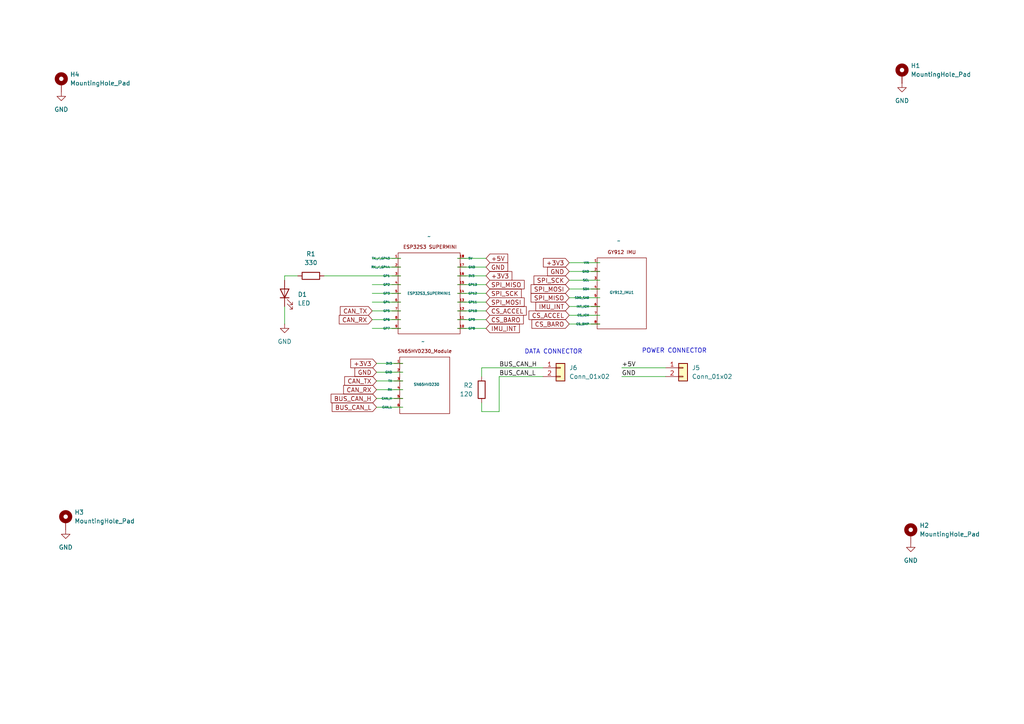
<source format=kicad_sch>
(kicad_sch (version 20250114) (generator "eeschema") (generator_version "9.0")
  (paper "A4")
  (lib_symbols
    (symbol "Connector_Generic:Conn_01x02" (pin_names (offset 1.016) (hide yes))
      (property "Reference" "J" (at 0 2.54 0))
      (property "Value" "Conn_01x02" (at 0 -5.08 0))
      (symbol "Conn_01x02_1_1"
        (rectangle (start -1.27 1.27) (end 1.27 -3.81) (stroke (width 0.254)) (fill (type background)))
        (rectangle (start -1.27 0.127) (end 0 -0.127) (stroke (width 0.1524)))
        (rectangle (start -1.27 -2.413) (end 0 -2.667) (stroke (width 0.1524)))
        (pin passive line (at -5.08 0 0) (length 3.81) (name "Pin_1") (number "1"))
        (pin passive line (at -5.08 -2.54 0) (length 3.81) (name "Pin_2") (number "2"))
      )
    )
    (symbol "Device:LED" (pin_numbers (hide yes)) (pin_names (offset 1.016) (hide yes))
      (property "Reference" "D" (at 0 2.54 0))
      (property "Value" "LED" (at 0 -2.54 0))
      (symbol "LED_0_1"
        (polyline (pts (xy -3.048 -0.762) (xy -4.572 -2.286) (xy -3.81 -2.286) (xy -4.572 -2.286) (xy -4.572 -1.524)))
        (polyline (pts (xy -1.778 -0.762) (xy -3.302 -2.286) (xy -2.54 -2.286) (xy -3.302 -2.286) (xy -3.302 -1.524)))
        (polyline (pts (xy -1.27 0) (xy 1.27 0)))
        (polyline (pts (xy -1.27 -1.27) (xy -1.27 1.27)) (stroke (width 0.254)))
        (polyline (pts (xy 1.27 -1.27) (xy 1.27 1.27) (xy -1.27 0) (xy 1.27 -1.27)) (stroke (width 0.254)))
      )
      (symbol "LED_1_1"
        (pin passive line (at -3.81 0 0) (length 2.54) (name "K") (number "1"))
        (pin passive line (at 3.81 0 180) (length 2.54) (name "A") (number "2"))
      )
    )
    (symbol "Device:R" (pin_numbers (hide yes)) (pin_names (offset 0))
      (property "Reference" "R" (at 2.032 0 90))
      (property "Value" "R" (at 0 0 90))
      (symbol "R_0_1"
        (rectangle (start -1.016 -2.54) (end 1.016 2.54) (stroke (width 0.254)))
      )
      (symbol "R_1_1"
        (pin passive line (at 0 3.81 270) (length 1.27) (name "~") (number "1"))
        (pin passive line (at 0 -3.81 90) (length 1.27) (name "~") (number "2"))
      )
    )
    (symbol "Mechanical:MountingHole_Pad" (pin_numbers (hide yes)) (pin_names (offset 1.016) (hide yes)) (in_bom no)
      (property "Reference" "H" (at 0 6.35 0))
      (property "Value" "MountingHole_Pad" (at 0 4.445 0))
      (symbol "MountingHole_Pad_0_1"
        (circle (center 0 1.27) (radius 1.27) (stroke (width 1.27)))
      )
      (symbol "MountingHole_Pad_1_1"
        (pin input line (at 0 -2.54 90) (length 2.54) (name "1") (number "1"))
      )
    )
    (symbol "My_Parts:ESP32_S3_SuperMini"
      (property "Reference" "U" (at 0 0 0))
      (symbol "ESP32_S3_SuperMini_0_1"
        (rectangle (start -9 11.75) (end 9 -11.75))
      )
      (symbol "ESP32_S3_SuperMini_1_1"
        (text "ESP32S3 SUPERMINI" (at 0.254 13.462 0) (effects (font (size 1 1))))
        (pin bidirectional line (at -8.255 10.16 180) (length 2.54) (name "TX_/_GP43") (number "1"))
        (pin bidirectional line (at -8.255 7.62 180) (length 2.54) (name "RX_/_GP44") (number "2"))
        (pin bidirectional line (at -8.255 5.08 180) (length 2.54) (name "GP1") (number "3"))
        (pin bidirectional line (at -8.255 2.54 180) (length 2.54) (name "GP2") (number "4"))
        (pin bidirectional line (at -8.255 0 180) (length 2.54) (name "GP3") (number "5"))
        (pin bidirectional line (at -8.255 -2.54 180) (length 2.54) (name "GP4") (number "6"))
        (pin bidirectional line (at -8.255 -5.08 180) (length 2.54) (name "GP5") (number "7"))
        (pin bidirectional line (at -8.255 -7.62 180) (length 2.54) (name "GP6") (number "8"))
        (pin bidirectional line (at -8.255 -10.16 180) (length 2.54) (name "GP7") (number "9"))
        (pin power_in line (at 8.255 10.16 0) (length 2.54) (name "5V") (number "18"))
        (pin power_in line (at 8.255 7.62 0) (length 2.54) (name "GND") (number "17"))
        (pin power_out line (at 8.255 5.08 0) (length 2.54) (name "3V3") (number "16"))
        (pin bidirectional line (at 8.255 2.54 0) (length 2.54) (name "GP13") (number "15"))
        (pin bidirectional line (at 8.255 0 0) (length 2.54) (name "GP12") (number "14"))
        (pin bidirectional line (at 8.255 -2.54 0) (length 2.54) (name "GP11") (number "13"))
        (pin bidirectional line (at 8.255 -5.08 0) (length 2.54) (name "GP10") (number "12"))
        (pin bidirectional line (at 8.255 -7.62 0) (length 2.54) (name "GP9") (number "11"))
        (pin bidirectional line (at 8.255 -10.16 0) (length 2.54) (name "GP8") (number "10"))
      )
    )
    (symbol "My_Parts:GY-912_IMU"
      (property "Reference" "U" (at 0 0 0))
      (symbol "GY-912_IMU_0_1"
        (rectangle (start -7.15 10.3) (end 7.15 -10.3))
      )
      (symbol "GY-912_IMU_1_1"
        (text "GY912 IMU" (at 0 11.938 0) (effects (font (size 1 1))))
        (pin power_in line (at -6.35 8.89 180) (length 2.54) (name "VIN") (number "1"))
        (pin power_in line (at -6.35 6.35 180) (length 2.54) (name "GND") (number "2"))
        (pin input line (at -6.35 3.81 180) (length 2.54) (name "SCL") (number "3"))
        (pin bidirectional line (at -6.35 1.27 180) (length 2.54) (name "SDA") (number "4"))
        (pin output line (at -6.35 -1.27 180) (length 2.54) (name "SDO_SA0") (number "5"))
        (pin output line (at -6.35 -3.81 180) (length 2.54) (name "INT_ICM") (number "6"))
        (pin input line (at -6.35 -6.35 180) (length 2.54) (name "CS_ICM") (number "7"))
        (pin input line (at -6.35 -8.89 180) (length 2.54) (name "CS_BMP") (number "8"))
      )
    )
    (symbol "My_Parts:SN65HVD230_Module"
      (property "Reference" "U" (at 0 0.635 0))
      (symbol "SN65HVD230_Module_0_1"
        (rectangle (start -7.25 8.2) (end 7.25 -8.2))
      )
      (symbol "SN65HVD230_Module_1_1"
        (text "SN65HVD230_Module" (at 0 9.906 0) (effects (font (size 1 1))))
        (pin power_in line (at -6.35 6.35 180) (length 2.54) (name "3V3") (number "1"))
        (pin power_in line (at -6.35 3.81 180) (length 2.54) (name "GND") (number "2"))
        (pin input line (at -6.35 1.27 180) (length 2.54) (name "TX") (number "3"))
        (pin output line (at -6.35 -1.27 180) (length 2.54) (name "RX") (number "4"))
        (pin bidirectional line (at -6.35 -3.81 180) (length 2.54) (name "CAN_H") (number "5"))
        (pin bidirectional line (at -6.35 -6.35 180) (length 2.54) (name "CAN_L") (number "6"))
      )
    )
    (symbol "power:GND" (power) (pin_numbers (hide yes)) (pin_names (offset 0) (hide yes))
      (property "Value" "GND" (at 0 -3.81 0))
      (symbol "GND_0_1"
        (polyline (pts (xy 0 0) (xy 0 -1.27) (xy 1.27 -1.27) (xy 0 -2.54) (xy -1.27 -1.27) (xy 0 -1.27)))
      )
      (symbol "GND_1_1"
        (pin power_in line (at 0 0 270) (length 0) (name "~") (number "1"))
      )
    )
  )
  (text "DATA CONNECTOR" (at 160.528 102.108 0) (effects (font (size 1.27 1.27))))
  (text "POWER CONNECTOR" (at 195.58 101.854 0) (effects (font (size 1.27 1.27))))
  (wire (pts (xy 109.22 115.57) (xy 116.84 115.57)))
  (wire (pts (xy 93.98 80.01) (xy 116.205 80.01)))
  (wire (pts (xy 132.715 92.71) (xy 140.97 92.71)))
  (wire (pts (xy 109.22 113.03) (xy 116.84 113.03)))
  (wire (pts (xy 144.78 109.22) (xy 157.48 109.22)))
  (wire (pts (xy 132.715 80.01) (xy 140.97 80.01)))
  (wire (pts (xy 132.715 74.93) (xy 140.97 74.93)))
  (wire (pts (xy 165.1 78.74) (xy 173.99 78.74)))
  (wire (pts (xy 132.715 77.47) (xy 140.97 77.47)))
  (wire (pts (xy 132.715 85.09) (xy 140.97 85.09)))
  (wire (pts (xy 165.1 91.44) (xy 173.99 91.44)))
  (wire (pts (xy 107.95 92.71) (xy 116.205 92.71)))
  (wire (pts (xy 107.95 82.55) (xy 116.205 82.55)))
  (wire (pts (xy 86.36 80.01) (xy 82.55 80.01)))
  (wire (pts (xy 139.7 106.68) (xy 157.48 106.68)))
  (wire (pts (xy 165.1 86.36) (xy 173.99 86.36)))
  (wire (pts (xy 132.715 87.63) (xy 140.97 87.63)))
  (wire (pts (xy 132.715 95.25) (xy 140.97 95.25)))
  (wire (pts (xy 107.95 77.47) (xy 116.205 77.47)))
  (wire (pts (xy 144.78 109.22) (xy 144.78 119.38)))
  (wire (pts (xy 132.715 90.17) (xy 140.97 90.17)))
  (wire (pts (xy 165.1 93.98) (xy 173.99 93.98)))
  (wire (pts (xy 165.1 76.2) (xy 173.99 76.2)))
  (wire (pts (xy 107.95 74.93) (xy 116.205 74.93)))
  (wire (pts (xy 109.22 105.41) (xy 116.84 105.41)))
  (wire (pts (xy 107.95 87.63) (xy 116.205 87.63)))
  (wire (pts (xy 107.95 95.25) (xy 116.205 95.25)))
  (wire (pts (xy 165.1 83.82) (xy 173.99 83.82)))
  (wire (pts (xy 107.95 85.09) (xy 116.205 85.09)))
  (wire (pts (xy 82.55 80.01) (xy 82.55 81.28)))
  (wire (pts (xy 144.78 119.38) (xy 139.7 119.38)))
  (wire (pts (xy 180.34 106.68) (xy 193.04 106.68)))
  (wire (pts (xy 139.7 109.22) (xy 139.7 106.68)))
  (wire (pts (xy 165.1 81.28) (xy 173.99 81.28)))
  (wire (pts (xy 109.22 110.49) (xy 116.84 110.49)))
  (wire (pts (xy 109.22 107.95) (xy 116.84 107.95)))
  (wire (pts (xy 132.715 82.55) (xy 140.97 82.55)))
  (wire (pts (xy 165.1 88.9) (xy 173.99 88.9)))
  (wire (pts (xy 139.7 119.38) (xy 139.7 116.84)))
  (wire (pts (xy 82.55 88.9) (xy 82.55 93.98)))
  (wire (pts (xy 180.34 109.22) (xy 193.04 109.22)))
  (wire (pts (xy 107.95 90.17) (xy 116.205 90.17)))
  (wire (pts (xy 109.22 118.11) (xy 116.84 118.11)))
  (label "BUS_CAN_H" (at 144.78 106.68 0))
  (label "GND" (at 180.34 109.22 0))
  (label "+5V" (at 180.34 106.68 0))
  (label "BUS_CAN_L" (at 144.78 109.22 0))
  (global_label "SPI_SCK" (shape input) (at 140.97 85.09 0) (property "Intersheetrefs" "${INTERSHEET_REFS}" (effects (hide yes))))
  (global_label "CS_ACCEL" (shape input) (at 140.97 90.17 0) (property "Intersheetrefs" "${INTERSHEET_REFS}" (effects (hide yes))))
  (global_label "SPI_MOSI" (shape input) (at 140.97 87.63 0) (property "Intersheetrefs" "${INTERSHEET_REFS}" (effects (hide yes))))
  (global_label "SPI_MOSI" (shape input) (at 165.1 83.82 180) (property "Intersheetrefs" "${INTERSHEET_REFS}" (effects (hide yes))))
  (global_label "+3V3" (shape input) (at 140.97 80.01 0) (property "Intersheetrefs" "${INTERSHEET_REFS}" (effects (hide yes))))
  (global_label "CS_BARO" (shape input) (at 140.97 92.71 0) (property "Intersheetrefs" "${INTERSHEET_REFS}" (effects (hide yes))))
  (global_label "IMU_INT" (shape input) (at 165.1 88.9 180) (property "Intersheetrefs" "${INTERSHEET_REFS}" (effects (hide yes))))
  (global_label "CAN_RX" (shape input) (at 109.22 113.03 180) (property "Intersheetrefs" "${INTERSHEET_REFS}" (effects (hide yes))))
  (global_label "SPI_MISO" (shape input) (at 140.97 82.55 0) (property "Intersheetrefs" "${INTERSHEET_REFS}" (effects (hide yes))))
  (global_label "CS_ACCEL" (shape input) (at 165.1 91.44 180) (property "Intersheetrefs" "${INTERSHEET_REFS}" (effects (hide yes))))
  (global_label "CS_BARO" (shape input) (at 165.1 93.98 180) (property "Intersheetrefs" "${INTERSHEET_REFS}" (effects (hide yes))))
  (global_label "CAN_RX" (shape input) (at 107.95 92.71 180) (property "Intersheetrefs" "${INTERSHEET_REFS}" (effects (hide yes))))
  (global_label "CAN_TX" (shape input) (at 109.22 110.49 180) (property "Intersheetrefs" "${INTERSHEET_REFS}" (effects (hide yes))))
  (global_label "+5V" (shape input) (at 140.97 74.93 0) (property "Intersheetrefs" "${INTERSHEET_REFS}" (effects (hide yes))))
  (global_label "BUS_CAN_H" (shape input) (at 109.22 115.57 180) (property "Intersheetrefs" "${INTERSHEET_REFS}" (effects (hide yes))))
  (global_label "GND" (shape input) (at 109.22 107.95 180) (property "Intersheetrefs" "${INTERSHEET_REFS}" (effects (hide yes))))
  (global_label "IMU_INT" (shape input) (at 140.97 95.25 0) (property "Intersheetrefs" "${INTERSHEET_REFS}" (effects (hide yes))))
  (global_label "+3V3" (shape input) (at 165.1 76.2 180) (property "Intersheetrefs" "${INTERSHEET_REFS}" (effects (hide yes))))
  (global_label "+3V3" (shape input) (at 109.22 105.41 180) (property "Intersheetrefs" "${INTERSHEET_REFS}" (effects (hide yes))))
  (global_label "CAN_TX" (shape input) (at 107.95 90.17 180) (property "Intersheetrefs" "${INTERSHEET_REFS}" (effects (hide yes))))
  (global_label "GND" (shape input) (at 165.1 78.74 180) (property "Intersheetrefs" "${INTERSHEET_REFS}" (effects (hide yes))))
  (global_label "BUS_CAN_L" (shape input) (at 109.22 118.11 180) (property "Intersheetrefs" "${INTERSHEET_REFS}" (effects (hide yes))))
  (global_label "SPI_MISO" (shape input) (at 165.1 86.36 180) (property "Intersheetrefs" "${INTERSHEET_REFS}" (effects (hide yes))))
  (global_label "GND" (shape input) (at 140.97 77.47 0) (property "Intersheetrefs" "${INTERSHEET_REFS}" (effects (hide yes))))
  (global_label "SPI_SCK" (shape input) (at 165.1 81.28 180) (property "Intersheetrefs" "${INTERSHEET_REFS}" (effects (hide yes))))
  (symbol (lib_id "power:GND") (at 17.78 26.67 0) (unit 1)
    (property "Reference" "#PWR02" (effects (hide yes)))
    (property "Value" "GND" (at 17.78 31.75 0))
    (property "Description" "Power symbol creates a global label with name \"GND\" , ground" (effects (hide yes)))
  )
  (symbol (lib_id "Mechanical:MountingHole_Pad") (at 17.78 24.13 0) (unit 1) (in_bom no)
    (property "Reference" "H4" (at 20.32 21.5899 0) (effects (justify left)))
    (property "Value" "MountingHole_Pad" (at 20.32 24.1299 0) (effects (justify left)))
    (property "Footprint" "MountingHole:MountingHole_3.2mm_M3_Pad_Via" (effects (hide yes)))
    (property "Description" "Mounting Hole with connection" (effects (hide yes)))
  )
  (symbol (lib_id "power:GND") (at 19.05 153.67 0) (unit 1)
    (property "Reference" "#PWR05" (effects (hide yes)))
    (property "Value" "GND" (at 19.05 158.75 0))
    (property "Description" "Power symbol creates a global label with name \"GND\" , ground" (effects (hide yes)))
  )
  (symbol (lib_id "Device:R") (at 90.17 80.01 270) (unit 1)
    (property "Reference" "R1" (at 90.17 73.66 90))
    (property "Value" "330" (at 90.17 76.2 90))
    (property "Footprint" "Resistor_THT:R_Axial_DIN0207_L6.3mm_D2.5mm_P7.62mm_Horizontal" (effects (hide yes)))
    (property "Description" "Resistor" (effects (hide yes)))
  )
  (symbol (lib_id "Connector_Generic:Conn_01x02") (at 198.12 106.68 0) (unit 1)
    (property "Reference" "J5" (at 200.66 106.6799 0) (effects (justify left)))
    (property "Value" "Conn_01x02" (at 200.66 109.2199 0) (effects (justify left)))
    (property "Footprint" "TerminalBlock_Phoenix:TerminalBlock_Phoenix_MKDS-1,5-2-5.08_1x02_P5.08mm_Horizontal" (effects (hide yes)))
    (property "Description" "Generic connector, single row, 01x02, script generated (kicad-library-utils/schlib/autogen/connector/)" (effects (hide yes)))
  )
  (symbol (lib_id "My_Parts:SN65HVD230_Module") (at 123.19 111.76 0) (unit 1)
    (property "Reference" "SN65HVD230" (at 123.698 111.506 0) (effects (font (size 0.762 0.762))))
    (property "Value" "~" (at 122.7054 99.06 0))
    (property "Footprint" "My_Parts:SN65HVD230_Module_Footprint" (effects (hide yes)))
  )
  (symbol (lib_id "power:GND") (at 261.62 24.13 0) (unit 1)
    (property "Reference" "#PWR03" (effects (hide yes)))
    (property "Value" "GND" (at 261.62 29.21 0))
    (property "Description" "Power symbol creates a global label with name \"GND\" , ground" (effects (hide yes)))
  )
  (symbol (lib_id "My_Parts:GY-912_IMU") (at 180.34 85.09 0) (unit 1)
    (property "Reference" "GY912_IMU1" (at 180.34 84.836 0) (effects (font (size 0.762 0.762))))
    (property "Value" "~" (at 179.47 69.85 0))
    (property "Footprint" "My_Parts:GY-912_IMU_Footprint" (effects (hide yes)))
  )
  (symbol (lib_id "Mechanical:MountingHole_Pad") (at 19.05 151.13 0) (unit 1) (in_bom no)
    (property "Reference" "H3" (at 21.59 148.5899 0) (effects (justify left)))
    (property "Value" "MountingHole_Pad" (at 21.59 151.1299 0) (effects (justify left)))
    (property "Footprint" "MountingHole:MountingHole_3.2mm_M3_Pad_Via" (effects (hide yes)))
    (property "Description" "Mounting Hole with connection" (effects (hide yes)))
  )
  (symbol (lib_id "Connector_Generic:Conn_01x02") (at 162.56 106.68 0) (unit 1)
    (property "Reference" "J6" (at 165.1 106.6799 0) (effects (justify left)))
    (property "Value" "Conn_01x02" (at 165.1 109.2199 0) (effects (justify left)))
    (property "Footprint" "Connector_JST:JST_XH_B2B-XH-A_1x02_P2.50mm_Vertical" (effects (hide yes)))
    (property "Description" "Generic connector, single row, 01x02, script generated (kicad-library-utils/schlib/autogen/connector/)" (effects (hide yes)))
  )
  (symbol (lib_id "Mechanical:MountingHole_Pad") (at 264.16 154.94 0) (unit 1) (in_bom no)
    (property "Reference" "H2" (at 266.7 152.3999 0) (effects (justify left)))
    (property "Value" "MountingHole_Pad" (at 266.7 154.9399 0) (effects (justify left)))
    (property "Footprint" "MountingHole:MountingHole_3.2mm_M3_Pad_Via" (effects (hide yes)))
    (property "Description" "Mounting Hole with connection" (effects (hide yes)))
  )
  (symbol (lib_id "Mechanical:MountingHole_Pad") (at 261.62 21.59 0) (unit 1) (in_bom no)
    (property "Reference" "H1" (at 264.16 19.0499 0) (effects (justify left)))
    (property "Value" "MountingHole_Pad" (at 264.16 21.5899 0) (effects (justify left)))
    (property "Footprint" "MountingHole:MountingHole_3.2mm_M3_Pad_Via" (effects (hide yes)))
    (property "Description" "Mounting Hole with connection" (effects (hide yes)))
  )
  (symbol (lib_id "My_Parts:ESP32_S3_SuperMini") (at 124.46 85.09 0) (unit 1)
    (property "Reference" "ESP32S3_SUPERMINI1" (at 124.46 85.09 0) (effects (font (size 0.762 0.762))))
    (property "Value" "~" (at 124.46 68.58 0))
    (property "Footprint" "My_Parts:ESP32_S3_SuperMini_Footprint" (effects (hide yes)))
  )
  (symbol (lib_id "power:GND") (at 264.16 157.48 0) (unit 1)
    (property "Reference" "#PWR04" (effects (hide yes)))
    (property "Value" "GND" (at 264.16 162.56 0))
    (property "Description" "Power symbol creates a global label with name \"GND\" , ground" (effects (hide yes)))
  )
  (symbol (lib_id "power:GND") (at 82.55 93.98 0) (unit 1)
    (property "Reference" "#PWR01" (effects (hide yes)))
    (property "Value" "GND" (at 82.55 99.06 0))
    (property "Description" "Power symbol creates a global label with name \"GND\" , ground" (effects (hide yes)))
  )
  (symbol (lib_id "Device:R") (at 139.7 113.03 0) (mirror x) (unit 1)
    (property "Reference" "R2" (at 137.16 111.7599 0) (effects (justify right)))
    (property "Value" "120" (at 137.16 114.2999 0) (effects (justify right)))
    (property "Footprint" "Resistor_THT:R_Axial_DIN0207_L6.3mm_D2.5mm_P7.62mm_Horizontal" (effects (hide yes)))
    (property "Description" "Resistor" (effects (hide yes)))
  )
  (symbol (lib_id "Device:LED") (at 82.55 85.09 90) (unit 1)
    (property "Reference" "D1" (at 86.36 85.4074 90) (effects (justify right)))
    (property "Value" "LED" (at 86.36 87.9474 90) (effects (justify right)))
    (property "Footprint" "LED_THT:LED_D3.0mm" (effects (hide yes)))
    (property "Description" "Light emitting diode" (effects (hide yes)))
    (property "Sim.Pins" "1=K 2=A" (effects (hide yes)))
  )
)
</source>
